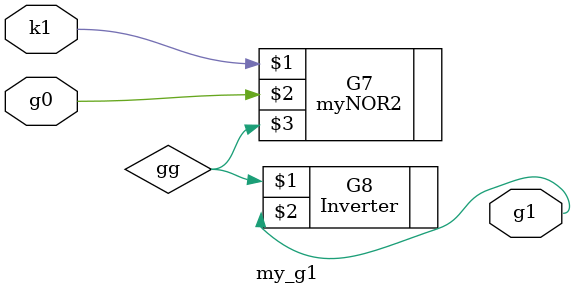
<source format=v>
`timescale 1ns/1ns
module my_g1(input k1, g0, output g1);
	myNOR2 G7(k1, g0, gg);
	Inverter G8(gg, g1);
endmodule
</source>
